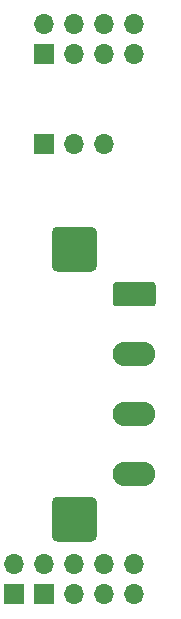
<source format=gbr>
%TF.GenerationSoftware,KiCad,Pcbnew,5.1.9+dfsg1-1+deb11u1*%
%TF.CreationDate,2024-05-04T00:08:04-07:00*%
%TF.ProjectId,BBpower,4242706f-7765-4722-9e6b-696361645f70,rev?*%
%TF.SameCoordinates,Original*%
%TF.FileFunction,Soldermask,Bot*%
%TF.FilePolarity,Negative*%
%FSLAX46Y46*%
G04 Gerber Fmt 4.6, Leading zero omitted, Abs format (unit mm)*
G04 Created by KiCad (PCBNEW 5.1.9+dfsg1-1+deb11u1) date 2024-05-04 00:08:04*
%MOMM*%
%LPD*%
G01*
G04 APERTURE LIST*
%ADD10O,1.700000X1.700000*%
%ADD11R,1.700000X1.700000*%
%ADD12O,3.600000X2.080000*%
G04 APERTURE END LIST*
D10*
%TO.C,J7*%
X175260000Y-139700000D03*
D11*
X175260000Y-142240000D03*
%TD*%
%TO.C,J6*%
G36*
G01*
X178435000Y-137337800D02*
X178435000Y-134442200D01*
G75*
G02*
X178892200Y-133985000I457200J0D01*
G01*
X181787800Y-133985000D01*
G75*
G02*
X182245000Y-134442200I0J-457200D01*
G01*
X182245000Y-137337800D01*
G75*
G02*
X181787800Y-137795000I-457200J0D01*
G01*
X178892200Y-137795000D01*
G75*
G02*
X178435000Y-137337800I0J457200D01*
G01*
G37*
%TD*%
%TO.C,J5*%
G36*
G01*
X178435000Y-114477800D02*
X178435000Y-111582200D01*
G75*
G02*
X178892200Y-111125000I457200J0D01*
G01*
X181787800Y-111125000D01*
G75*
G02*
X182245000Y-111582200I0J-457200D01*
G01*
X182245000Y-114477800D01*
G75*
G02*
X181787800Y-114935000I-457200J0D01*
G01*
X178892200Y-114935000D01*
G75*
G02*
X178435000Y-114477800I0J457200D01*
G01*
G37*
%TD*%
D10*
%TO.C,J4*%
X185420000Y-139700000D03*
X185420000Y-142240000D03*
X182880000Y-139700000D03*
X182880000Y-142240000D03*
X180340000Y-139700000D03*
X180340000Y-142240000D03*
X177800000Y-139700000D03*
D11*
X177800000Y-142240000D03*
%TD*%
D10*
%TO.C,J3*%
X185420000Y-93980000D03*
X185420000Y-96520000D03*
X182880000Y-93980000D03*
X182880000Y-96520000D03*
X180340000Y-93980000D03*
X180340000Y-96520000D03*
X177800000Y-93980000D03*
D11*
X177800000Y-96520000D03*
%TD*%
D10*
%TO.C,J2*%
X182880000Y-104140000D03*
X180340000Y-104140000D03*
D11*
X177800000Y-104140000D03*
%TD*%
D12*
%TO.C,J1*%
X185420000Y-132080000D03*
X185420000Y-127000000D03*
X185420000Y-121920000D03*
G36*
G01*
X183869999Y-115800000D02*
X186970001Y-115800000D01*
G75*
G02*
X187220000Y-116049999I0J-249999D01*
G01*
X187220000Y-117630001D01*
G75*
G02*
X186970001Y-117880000I-249999J0D01*
G01*
X183869999Y-117880000D01*
G75*
G02*
X183620000Y-117630001I0J249999D01*
G01*
X183620000Y-116049999D01*
G75*
G02*
X183869999Y-115800000I249999J0D01*
G01*
G37*
%TD*%
M02*

</source>
